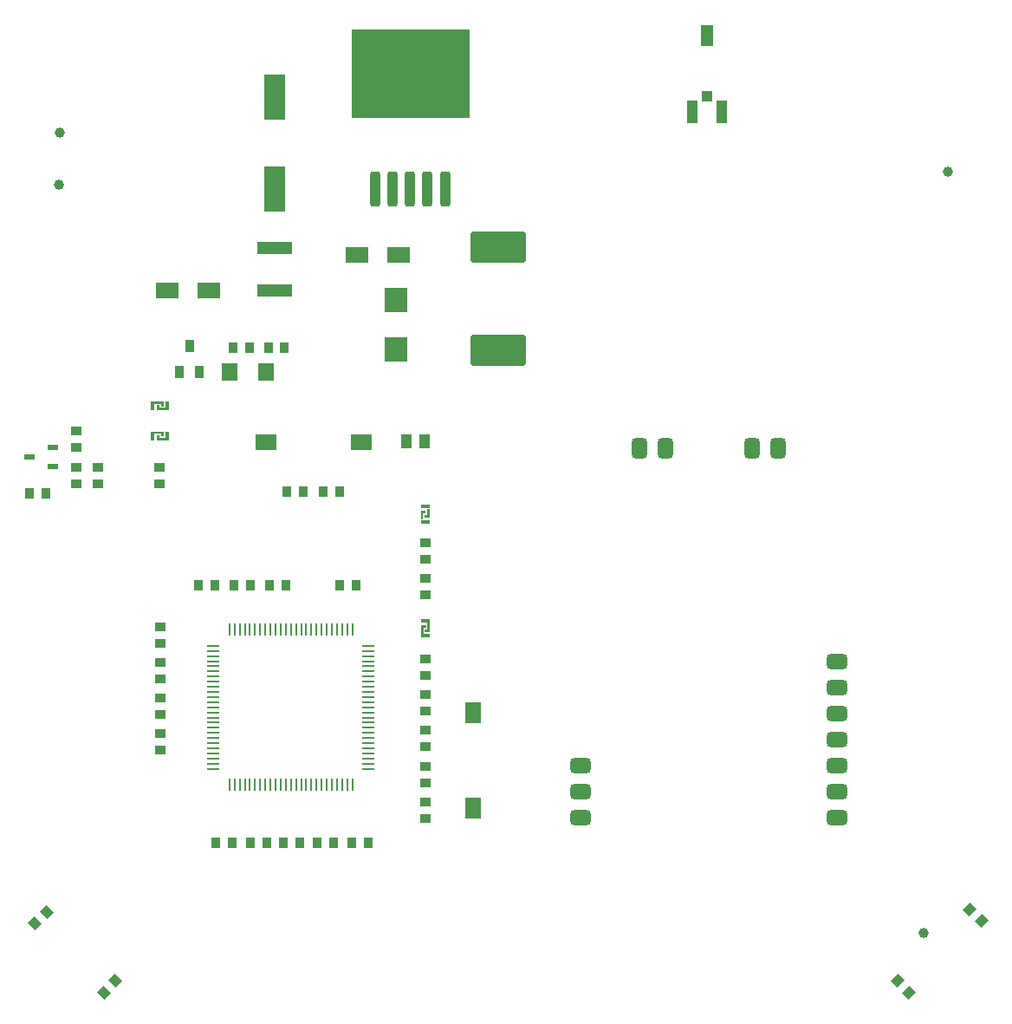
<source format=gtp>
G04*
G04 #@! TF.GenerationSoftware,Altium Limited,Altium Designer,19.0.13 (425)*
G04*
G04 Layer_Color=8421504*
%FSTAX24Y24*%
%MOIN*%
G70*
G01*
G75*
G04:AMPARAMS|DCode=18|XSize=78.7mil|YSize=59.1mil|CornerRadius=14.8mil|HoleSize=0mil|Usage=FLASHONLY|Rotation=180.000|XOffset=0mil|YOffset=0mil|HoleType=Round|Shape=RoundedRectangle|*
%AMROUNDEDRECTD18*
21,1,0.0787,0.0295,0,0,180.0*
21,1,0.0492,0.0591,0,0,180.0*
1,1,0.0295,-0.0246,0.0148*
1,1,0.0295,0.0246,0.0148*
1,1,0.0295,0.0246,-0.0148*
1,1,0.0295,-0.0246,-0.0148*
%
%ADD18ROUNDEDRECTD18*%
%ADD29O,0.0098X0.0472*%
%ADD30O,0.0472X0.0098*%
%ADD31C,0.0394*%
G04:AMPARAMS|DCode=32|XSize=37.4mil|YSize=39.4mil|CornerRadius=0mil|HoleSize=0mil|Usage=FLASHONLY|Rotation=135.000|XOffset=0mil|YOffset=0mil|HoleType=Round|Shape=Rectangle|*
%AMROTATEDRECTD32*
4,1,4,0.0271,0.0007,-0.0007,-0.0271,-0.0271,-0.0007,0.0007,0.0271,0.0271,0.0007,0.0*
%
%ADD32ROTATEDRECTD32*%

%ADD33R,0.0160X0.0320*%
%ADD34R,0.0500X0.0827*%
%ADD35R,0.0886X0.0925*%
%ADD36R,0.0394X0.0413*%
%ADD37R,0.0413X0.0866*%
G04:AMPARAMS|DCode=38|XSize=37.4mil|YSize=39.4mil|CornerRadius=0mil|HoleSize=0mil|Usage=FLASHONLY|Rotation=225.000|XOffset=0mil|YOffset=0mil|HoleType=Round|Shape=Rectangle|*
%AMROTATEDRECTD38*
4,1,4,-0.0007,0.0271,0.0271,-0.0007,0.0007,-0.0271,-0.0271,0.0007,-0.0007,0.0271,0.0*
%
%ADD38ROTATEDRECTD38*%

G04:AMPARAMS|DCode=39|XSize=78.7mil|YSize=59.1mil|CornerRadius=14.8mil|HoleSize=0mil|Usage=FLASHONLY|Rotation=270.000|XOffset=0mil|YOffset=0mil|HoleType=Round|Shape=RoundedRectangle|*
%AMROUNDEDRECTD39*
21,1,0.0787,0.0295,0,0,270.0*
21,1,0.0492,0.0591,0,0,270.0*
1,1,0.0295,-0.0148,-0.0246*
1,1,0.0295,-0.0148,0.0246*
1,1,0.0295,0.0148,0.0246*
1,1,0.0295,0.0148,-0.0246*
%
%ADD39ROUNDEDRECTD39*%
%ADD40R,0.0630X0.0827*%
%ADD41R,0.4528X0.3399*%
G04:AMPARAMS|DCode=42|XSize=39.4mil|YSize=133.9mil|CornerRadius=9.8mil|HoleSize=0mil|Usage=FLASHONLY|Rotation=0.000|XOffset=0mil|YOffset=0mil|HoleType=Round|Shape=RoundedRectangle|*
%AMROUNDEDRECTD42*
21,1,0.0394,0.1142,0,0,0.0*
21,1,0.0197,0.1339,0,0,0.0*
1,1,0.0197,0.0098,-0.0571*
1,1,0.0197,-0.0098,-0.0571*
1,1,0.0197,-0.0098,0.0571*
1,1,0.0197,0.0098,0.0571*
%
%ADD42ROUNDEDRECTD42*%
%ADD43R,0.0827X0.1772*%
%ADD44R,0.1358X0.0512*%
%ADD45R,0.0866X0.0610*%
%ADD46R,0.0394X0.0354*%
%ADD47R,0.0827X0.0630*%
%ADD48R,0.0335X0.0472*%
%ADD49R,0.0591X0.0689*%
%ADD50R,0.0413X0.0551*%
%ADD51R,0.0374X0.0394*%
%ADD52R,0.0394X0.0374*%
%ADD53R,0.0394X0.0236*%
%ADD54R,0.0354X0.0394*%
%ADD55R,0.0320X0.0160*%
G04:AMPARAMS|DCode=56|XSize=118.1mil|YSize=212.6mil|CornerRadius=5.9mil|HoleSize=0mil|Usage=FLASHONLY|Rotation=270.000|XOffset=0mil|YOffset=0mil|HoleType=Round|Shape=RoundedRectangle|*
%AMROUNDEDRECTD56*
21,1,0.1181,0.2008,0,0,270.0*
21,1,0.1063,0.2126,0,0,270.0*
1,1,0.0118,-0.1004,-0.0531*
1,1,0.0118,-0.1004,0.0531*
1,1,0.0118,0.1004,0.0531*
1,1,0.0118,0.1004,-0.0531*
%
%ADD56ROUNDEDRECTD56*%
G36*
X020188Y035107D02*
X020088D01*
Y035207D01*
X019848D01*
Y035287D01*
X020188D01*
Y035107D01*
D02*
G37*
G36*
X020028Y035047D02*
X020268D01*
Y034967D01*
X019928D01*
Y035147D01*
X020028D01*
Y035047D01*
D02*
G37*
G36*
X020188Y036267D02*
X020088D01*
Y036367D01*
X019848D01*
Y036447D01*
X020188D01*
Y036267D01*
D02*
G37*
G36*
X020028Y036207D02*
X020268D01*
Y036127D01*
X019928D01*
Y036307D01*
X020028D01*
Y036207D01*
D02*
G37*
G36*
X030427Y027604D02*
X030247D01*
Y027704D01*
X030347D01*
Y027944D01*
X030427D01*
Y027604D01*
D02*
G37*
G36*
X030287Y027764D02*
X030187D01*
Y027524D01*
X030107D01*
Y027864D01*
X030287D01*
Y027764D01*
D02*
G37*
G36*
X030419Y031994D02*
X030239D01*
Y032094D01*
X030339D01*
Y032334D01*
X030419D01*
Y031994D01*
D02*
G37*
G36*
X030279Y032154D02*
X030179D01*
Y031914D01*
X030099D01*
Y032254D01*
X030279D01*
Y032154D01*
D02*
G37*
D18*
X036249Y022449D02*
D03*
X046083Y026449D02*
D03*
Y025449D02*
D03*
Y024449D02*
D03*
Y023449D02*
D03*
Y022449D02*
D03*
Y021449D02*
D03*
Y020449D02*
D03*
X036249D02*
D03*
Y021449D02*
D03*
D29*
X026664Y021706D02*
D03*
X027058D02*
D03*
X027452Y02769D02*
D03*
X027255D02*
D03*
X027058D02*
D03*
X026861D02*
D03*
X026664D02*
D03*
X026467D02*
D03*
X026271D02*
D03*
X026074D02*
D03*
X025877D02*
D03*
X02568D02*
D03*
X025483D02*
D03*
X025286D02*
D03*
X025089D02*
D03*
X024893D02*
D03*
X024696D02*
D03*
X024499D02*
D03*
X024302D02*
D03*
X024105D02*
D03*
X023908D02*
D03*
X023712D02*
D03*
X023515D02*
D03*
X023318D02*
D03*
X023121D02*
D03*
X022924D02*
D03*
X022727D02*
D03*
Y021706D02*
D03*
X022924D02*
D03*
X023121D02*
D03*
X023318D02*
D03*
X023515D02*
D03*
X023712D02*
D03*
X023908D02*
D03*
X024105D02*
D03*
X024302D02*
D03*
X024499D02*
D03*
X024696D02*
D03*
X024893D02*
D03*
X025089D02*
D03*
X025286D02*
D03*
X025483D02*
D03*
X02568D02*
D03*
X025877D02*
D03*
X026074D02*
D03*
X026271D02*
D03*
X026467D02*
D03*
X026861D02*
D03*
X027255D02*
D03*
X027452D02*
D03*
D30*
X028082Y022336D02*
D03*
Y022533D02*
D03*
Y022729D02*
D03*
Y022926D02*
D03*
Y023123D02*
D03*
Y02332D02*
D03*
Y023517D02*
D03*
Y023714D02*
D03*
Y02391D02*
D03*
Y024107D02*
D03*
Y024304D02*
D03*
Y024501D02*
D03*
Y024698D02*
D03*
Y024895D02*
D03*
Y025092D02*
D03*
Y025288D02*
D03*
Y025485D02*
D03*
Y025682D02*
D03*
Y025879D02*
D03*
Y026076D02*
D03*
Y026273D02*
D03*
Y02647D02*
D03*
Y026666D02*
D03*
Y026863D02*
D03*
Y02706D02*
D03*
X022097D02*
D03*
Y026863D02*
D03*
Y026666D02*
D03*
Y02647D02*
D03*
Y026273D02*
D03*
Y026076D02*
D03*
Y025879D02*
D03*
Y025682D02*
D03*
Y025485D02*
D03*
Y025288D02*
D03*
Y025092D02*
D03*
Y024895D02*
D03*
Y024698D02*
D03*
Y024501D02*
D03*
Y024304D02*
D03*
Y024107D02*
D03*
Y02391D02*
D03*
Y023714D02*
D03*
Y023517D02*
D03*
Y02332D02*
D03*
Y023123D02*
D03*
Y022926D02*
D03*
Y022729D02*
D03*
Y022533D02*
D03*
Y022336D02*
D03*
D31*
X049418Y016025D02*
D03*
X016179Y044774D02*
D03*
X050379Y045294D02*
D03*
X016199Y046799D02*
D03*
D32*
X048418Y014177D02*
D03*
X048864Y013731D02*
D03*
X051653Y016492D02*
D03*
X051207Y016938D02*
D03*
D33*
X020348Y036287D02*
D03*
X019768D02*
D03*
Y035127D02*
D03*
X020348D02*
D03*
D34*
X0411Y050536D02*
D03*
D35*
X029119Y03844D02*
D03*
Y040369D02*
D03*
D36*
X0411Y048198D02*
D03*
D37*
X040519Y047598D02*
D03*
X04168D02*
D03*
D38*
X015238Y016385D02*
D03*
X015684Y01683D02*
D03*
X018331Y014178D02*
D03*
X017886Y013732D02*
D03*
D39*
X043828Y03467D02*
D03*
X042828D02*
D03*
X039497D02*
D03*
X038497D02*
D03*
D40*
X0321Y024488D02*
D03*
Y020827D02*
D03*
D41*
X029698Y04907D02*
D03*
D42*
X031017Y04462D02*
D03*
X029678D02*
D03*
X030348D02*
D03*
X029009D02*
D03*
X02834D02*
D03*
D43*
X024462D02*
D03*
Y048164D02*
D03*
D44*
X024455Y040731D02*
D03*
Y042345D02*
D03*
D45*
X027635Y042104D02*
D03*
X029249D02*
D03*
X020334Y040729D02*
D03*
X021948D02*
D03*
D46*
X020028Y033297D02*
D03*
Y033927D02*
D03*
X016838Y033297D02*
D03*
Y033927D02*
D03*
X017675Y033297D02*
D03*
Y033927D02*
D03*
X020078Y024439D02*
D03*
Y025069D02*
D03*
X02008Y026425D02*
D03*
Y025795D02*
D03*
Y027783D02*
D03*
Y027154D02*
D03*
X030257Y031024D02*
D03*
Y030394D02*
D03*
X030257Y025924D02*
D03*
Y026554D02*
D03*
Y025194D02*
D03*
Y024564D02*
D03*
Y022429D02*
D03*
Y021799D02*
D03*
D47*
X024138Y034902D02*
D03*
X027799D02*
D03*
D48*
X02157Y037589D02*
D03*
X020812Y037591D02*
D03*
X021184Y038573D02*
D03*
D49*
X024118Y037601D02*
D03*
X02274D02*
D03*
D50*
X030247Y034907D02*
D03*
X029538D02*
D03*
D51*
X015024Y032907D02*
D03*
X015654D02*
D03*
X026979Y032984D02*
D03*
X026349D02*
D03*
X024949D02*
D03*
X025579D02*
D03*
X027438Y01949D02*
D03*
X028068D02*
D03*
X02611D02*
D03*
X02674D02*
D03*
X02284D02*
D03*
X02221D02*
D03*
X027604Y029394D02*
D03*
X026974D02*
D03*
D52*
X016838Y034695D02*
D03*
Y035325D02*
D03*
X02008Y023059D02*
D03*
Y023688D02*
D03*
X030257Y029644D02*
D03*
Y029014D02*
D03*
X030257Y023809D02*
D03*
Y023179D02*
D03*
Y021049D02*
D03*
Y020419D02*
D03*
D53*
X015024Y034321D02*
D03*
X01593Y034695D02*
D03*
Y033947D02*
D03*
D54*
X022853Y038531D02*
D03*
X023483D02*
D03*
X024218D02*
D03*
X024848D02*
D03*
X02481Y01949D02*
D03*
X02544D02*
D03*
X02352D02*
D03*
X02415D02*
D03*
X024889Y029394D02*
D03*
X024259D02*
D03*
X022894D02*
D03*
X023523D02*
D03*
X021534Y029388D02*
D03*
X022163D02*
D03*
D55*
X030267Y028024D02*
D03*
Y027444D02*
D03*
X030259Y032414D02*
D03*
Y031834D02*
D03*
D56*
X033079Y042374D02*
D03*
Y038437D02*
D03*
M02*

</source>
